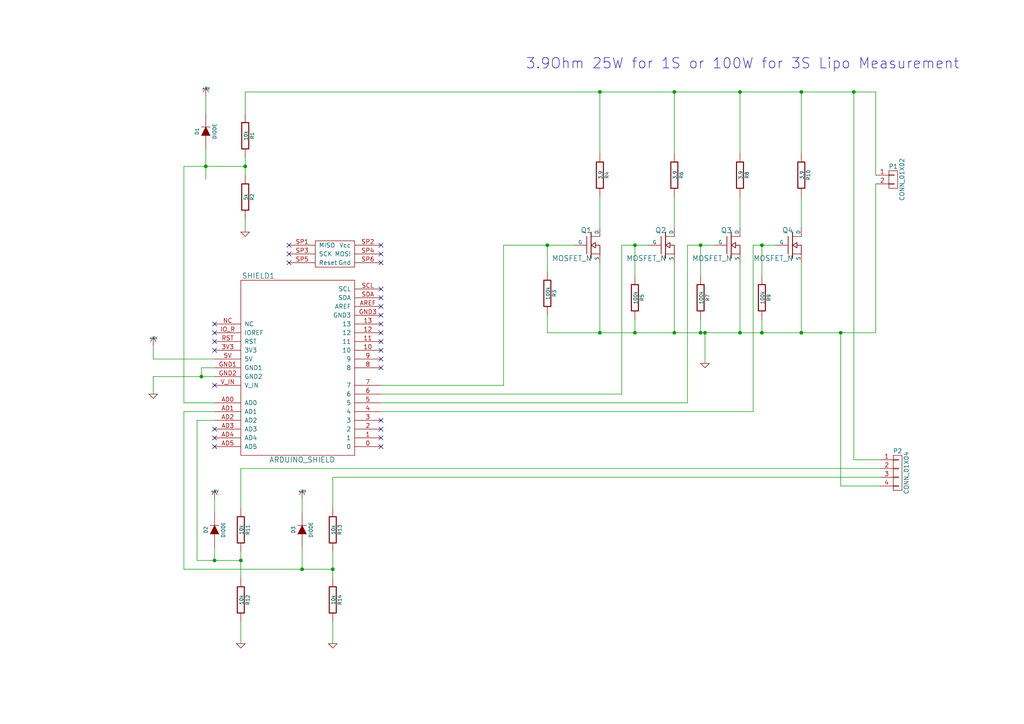
<source format=kicad_sch>
(kicad_sch (version 20211123) (generator eeschema)
  (paper "A4")
  (title_block (title "Battery tester  Arduino Shield") (date "Freitag, 30. Jänner 2015") (company "http://www.designer2k2.at"))
  (lib_symbols
    (symbol "BatteryTester-rescue:+5V" (power) (pin_names (offset 0))
      (property "Value" "+5V" (at 0 3.556 0))
      (symbol "+5V_0_1"
        (polyline (pts (xy -0.762 1.27) (xy 0 2.54)))
        (polyline (pts (xy 0 0) (xy 0 2.54)))
        (polyline (pts (xy 0 2.54) (xy 0.762 1.27)))
      )
      (symbol "+5V_1_1"
        (pin power_in line (at 0 0 90) (length 0) hide (name "+5V") (number "1"))
      )
    )
    (symbol "BatteryTester-rescue:ARDUINO_SHIELD" (pin_names (offset 1.016))
      (property "Reference" "SHIELD" (at -11.43 29.21 0))
      (property "Value" "ARDUINO_SHIELD" (at 1.27 -24.13 0))
      (symbol "ARDUINO_SHIELD_0_1"
        (rectangle (start -16.51 -22.86) (end 16.51 27.94))
        (rectangle (start 5.08 39.37) (end 16.51 31.75))
      )
      (symbol "ARDUINO_SHIELD_1_1"
        (pin bidirectional line (at 24.13 -20.32 180) (length 7.62) (name "0") (number "0"))
        (pin bidirectional line (at 24.13 -17.78 180) (length 7.62) (name "1") (number "1"))
        (pin bidirectional line (at 24.13 7.62 180) (length 7.62) (name "10") (number "10"))
        (pin bidirectional line (at 24.13 10.16 180) (length 7.62) (name "11") (number "11"))
        (pin bidirectional line (at 24.13 12.7 180) (length 7.62) (name "12") (number "12"))
        (pin bidirectional line (at 24.13 15.24 180) (length 7.62) (name "13") (number "13"))
        (pin bidirectional line (at 24.13 -15.24 180) (length 7.62) (name "2") (number "2"))
        (pin bidirectional line (at 24.13 -12.7 180) (length 7.62) (name "3") (number "3"))
        (pin power_out line (at -24.13 7.62 0) (length 7.62) (name "3V3") (number "3V3"))
        (pin bidirectional line (at 24.13 -10.16 180) (length 7.62) (name "4") (number "4"))
        (pin bidirectional line (at 24.13 -7.62 180) (length 7.62) (name "5") (number "5"))
        (pin power_out line (at -24.13 5.08 0) (length 7.62) (name "5V") (number "5V"))
        (pin bidirectional line (at 24.13 -5.08 180) (length 7.62) (name "6") (number "6"))
        (pin bidirectional line (at 24.13 -2.54 180) (length 7.62) (name "7") (number "7"))
        (pin bidirectional line (at 24.13 2.54 180) (length 7.62) (name "8") (number "8"))
        (pin bidirectional line (at 24.13 5.08 180) (length 7.62) (name "9") (number "9"))
        (pin bidirectional line (at -24.13 -7.62 0) (length 7.62) (name "AD0") (number "AD0"))
        (pin bidirectional line (at -24.13 -10.16 0) (length 7.62) (name "AD1") (number "AD1"))
        (pin bidirectional line (at -24.13 -12.7 0) (length 7.62) (name "AD2") (number "AD2"))
        (pin bidirectional line (at -24.13 -15.24 0) (length 7.62) (name "AD3") (number "AD3"))
        (pin bidirectional line (at -24.13 -17.78 0) (length 7.62) (name "AD4") (number "AD4"))
        (pin bidirectional line (at -24.13 -20.32 0) (length 7.62) (name "AD5") (number "AD5"))
        (pin input line (at 24.13 20.32 180) (length 7.62) (name "AREF") (number "AREF"))
        (pin power_out line (at -24.13 2.54 0) (length 7.62) (name "GND1") (number "GND1"))
        (pin power_out line (at -24.13 0 0) (length 7.62) (name "GND2") (number "GND2"))
        (pin power_out line (at 24.13 17.78 180) (length 7.62) (name "GND3") (number "GND3"))
        (pin power_out line (at -24.13 12.7 0) (length 7.62) (name "IOREF") (number "IO_R"))
        (pin passive line (at -24.13 15.24 0) (length 7.62) (name "NC") (number "NC"))
        (pin input line (at -24.13 10.16 0) (length 7.62) (name "RST") (number "RST"))
        (pin output line (at 24.13 25.4 180) (length 7.62) (name "SCL") (number "SCL"))
        (pin bidirectional line (at 24.13 22.86 180) (length 7.62) (name "SDA") (number "SDA"))
        (pin bidirectional line (at -2.54 38.1 0) (length 7.62) (name "MISO") (number "SP1"))
        (pin power_out line (at 24.13 38.1 180) (length 7.62) (name "Vcc") (number "SP2"))
        (pin bidirectional line (at -2.54 35.56 0) (length 7.62) (name "SCK") (number "SP3"))
        (pin bidirectional line (at 24.13 35.56 180) (length 7.62) (name "MOSI") (number "SP4"))
        (pin input line (at -2.54 33.02 0) (length 7.62) (name "Reset") (number "SP5"))
        (pin power_out line (at 24.13 33.02 180) (length 7.62) (name "Gnd") (number "SP6"))
        (pin power_out line (at -24.13 -2.54 0) (length 7.62) (name "V_IN") (number "V_IN"))
      )
    )
    (symbol "BatteryTester-rescue:CONN_01X02" (pin_names (offset 1.016) hide)
      (property "Reference" "P" (at 0 3.81 0))
      (property "Value" "CONN_01X02" (at 2.54 0 90))
      (symbol "CONN_01X02_0_1"
        (rectangle (start -1.27 -1.143) (end 0.254 -1.397))
        (rectangle (start -1.27 1.397) (end 0.254 1.143))
        (rectangle (start -1.27 2.54) (end 1.27 -2.54))
      )
      (symbol "CONN_01X02_1_1"
        (pin passive line (at -5.08 1.27 0) (length 3.81) (name "P1") (number "1"))
        (pin passive line (at -5.08 -1.27 0) (length 3.81) (name "P2") (number "2"))
      )
    )
    (symbol "BatteryTester-rescue:CONN_01X04" (pin_names (offset 1.016) hide)
      (property "Reference" "P" (at 0 6.35 0))
      (property "Value" "CONN_01X04" (at 2.54 0 90))
      (symbol "CONN_01X04_0_1"
        (rectangle (start -1.27 -3.683) (end 0.254 -3.937))
        (rectangle (start -1.27 -1.143) (end 0.254 -1.397))
        (rectangle (start -1.27 1.397) (end 0.254 1.143))
        (rectangle (start -1.27 3.937) (end 0.254 3.683))
        (rectangle (start -1.27 5.08) (end 1.27 -5.08))
      )
      (symbol "CONN_01X04_1_1"
        (pin passive line (at -5.08 3.81 0) (length 3.81) (name "P1") (number "1"))
        (pin passive line (at -5.08 1.27 0) (length 3.81) (name "P2") (number "2"))
        (pin passive line (at -5.08 -1.27 0) (length 3.81) (name "P3") (number "3"))
        (pin passive line (at -5.08 -3.81 0) (length 3.81) (name "P4") (number "4"))
      )
    )
    (symbol "BatteryTester-rescue:DIODE" (pin_numbers hide) (pin_names (offset 1.016) hide)
      (property "Reference" "D" (at 0 2.54 0))
      (property "Value" "DIODE" (at 0 -2.54 0))
      (symbol "DIODE_0_1"
        (polyline (pts (xy 1.27 1.27) (xy 1.27 -1.27)) (stroke (width 0.1524)))
        (polyline (pts (xy -1.27 1.27) (xy 1.27 0) (xy -1.27 -1.27)) (fill (type outline)))
      )
      (symbol "DIODE_1_1"
        (pin passive line (at -5.08 0 0) (length 3.81) (name "A") (number "1"))
        (pin passive line (at 5.08 0 180) (length 3.81) (name "K") (number "2"))
      )
    )
    (symbol "BatteryTester-rescue:GND-RESCUE-BatteryTester" (power) (pin_names (offset 0))
      (symbol "GND-RESCUE-BatteryTester_0_1"
        (polyline (pts (xy -1.27 0) (xy 0 -1.27) (xy 1.27 0) (xy -1.27 0)))
      )
      (symbol "GND-RESCUE-BatteryTester_1_1"
        (pin power_in line (at 0 0 90) (length 0) hide (name "GND") (number "1"))
      )
    )
    (symbol "BatteryTester-rescue:MOSFET_N" (pin_numbers hide) (pin_names (offset 0))
      (property "Reference" "Q" (at 0.254 4.318 0))
      (property "Value" "MOSFET_N" (at 0.254 -3.81 0))
      (symbol "MOSFET_N_0_1"
        (polyline (pts (xy -1.27 -2.54) (xy -1.27 2.54)) (stroke (width 0.2032)))
        (polyline (pts (xy 0 -3.81) (xy 0 3.81)) (stroke (width 0.254)))
        (polyline (pts (xy 2.54 -2.54) (xy 0 -2.54)))
        (polyline (pts (xy 2.54 2.54) (xy 0 2.54)))
        (polyline (pts (xy 2.54 -2.54) (xy 2.54 0) (xy 1.27 0)) (stroke (width 0.2032)))
        (polyline (pts (xy 1.27 0.762) (xy 1.27 -0.762) (xy 0 0) (xy 1.27 0.762) (xy 1.27 0.762)) (stroke (width 0.2032)))
      )
      (symbol "MOSFET_N_1_1"
        (pin passive line (at 2.54 5.08 270) (length 2.54) (name "D") (number "D"))
        (pin input line (at -5.08 0 0) (length 3.81) (name "G") (number "G"))
        (pin passive line (at 2.54 -5.08 90) (length 2.54) (name "S") (number "S"))
      )
    )
    (symbol "BatteryTester-rescue:R-RESCUE-BatteryTester" (pin_numbers hide) (pin_names (offset 0))
      (property "Reference" "R" (at 2.032 0 90))
      (property "Value" "R-RESCUE-BatteryTester" (at 0.1778 0.0254 90))
      (symbol "R-RESCUE-BatteryTester_0_1"
        (rectangle (start -1.016 3.81) (end 1.016 -3.81) (stroke (width 0.3048)))
      )
      (symbol "R-RESCUE-BatteryTester_1_1"
        (pin passive line (at 0 6.35 270) (length 2.54) (name "~") (number "1"))
        (pin passive line (at 0 -6.35 90) (length 2.54) (name "~") (number "2"))
      )
    )
  )
  (junction (at 184.15 71.12))
  (junction (at 203.2 71.12))
  (junction (at 96.52 165.1))
  (junction (at 243.84 96.52))
  (junction (at 58.42 109.22))
  (junction (at 214.63 26.67))
  (junction (at 59.69 48.26))
  (junction (at 173.99 96.52))
  (junction (at 214.63 96.52))
  (junction (at 204.47 96.52))
  (junction (at 195.58 26.67))
  (junction (at 184.15 96.52))
  (junction (at 232.41 26.67))
  (junction (at 195.58 96.52))
  (junction (at 203.2 96.52))
  (junction (at 71.12 48.26))
  (junction (at 158.75 71.12))
  (junction (at 173.99 26.67))
  (junction (at 220.98 96.52))
  (junction (at 62.23 162.56))
  (junction (at 232.41 96.52))
  (junction (at 247.65 26.67))
  (junction (at 69.85 162.56))
  (junction (at 87.63 165.1))
  (junction (at 220.98 71.12))
  (no_connect (at 83.82 73.66))
  (no_connect (at 110.49 106.68))
  (no_connect (at 62.23 96.52))
  (no_connect (at 110.49 88.9))
  (no_connect (at 110.49 104.14))
  (no_connect (at 62.23 124.46))
  (no_connect (at 110.49 99.06))
  (no_connect (at 110.49 76.2))
  (no_connect (at 62.23 127))
  (no_connect (at 110.49 124.46))
  (no_connect (at 110.49 129.54))
  (no_connect (at 110.49 83.82))
  (no_connect (at 110.49 86.36))
  (no_connect (at 110.49 121.92))
  (no_connect (at 62.23 111.76))
  (no_connect (at 62.23 101.6))
  (no_connect (at 110.49 73.66))
  (no_connect (at 62.23 93.98))
  (no_connect (at 62.23 99.06))
  (no_connect (at 110.49 93.98))
  (no_connect (at 83.82 76.2))
  (no_connect (at 110.49 96.52))
  (no_connect (at 110.49 71.12))
  (no_connect (at 110.49 127))
  (no_connect (at 110.49 101.6))
  (no_connect (at 110.49 91.44))
  (no_connect (at 83.82 71.12))
  (no_connect (at 62.23 129.54))
  (wire (pts (xy 220.98 80.01) (xy 220.98 71.12)))
  (wire (pts (xy 71.12 67.31) (xy 71.12 63.5)))
  (wire (pts (xy 71.12 45.72) (xy 71.12 48.26)))
  (wire (pts (xy 218.44 119.38) (xy 218.44 71.12)))
  (wire (pts (xy 69.85 160.02) (xy 69.85 162.56)))
  (wire (pts (xy 96.52 186.69) (xy 96.52 180.34)))
  (wire (pts (xy 62.23 144.78) (xy 62.23 148.59)))
  (wire (pts (xy 184.15 80.01) (xy 184.15 71.12)))
  (wire (pts (xy 44.45 109.22) (xy 44.45 114.3)))
  (wire (pts (xy 59.69 48.26) (xy 71.12 48.26)))
  (wire (pts (xy 69.85 135.89) (xy 69.85 147.32)))
  (wire (pts (xy 87.63 158.75) (xy 87.63 165.1)))
  (wire (pts (xy 59.69 33.02) (xy 59.69 27.94)))
  (wire (pts (xy 53.34 48.26) (xy 59.69 48.26)))
  (wire (pts (xy 243.84 140.97) (xy 243.84 96.52)))
  (wire (pts (xy 199.39 71.12) (xy 203.2 71.12)))
  (wire (pts (xy 180.34 71.12) (xy 184.15 71.12)))
  (wire (pts (xy 184.15 71.12) (xy 187.96 71.12)))
  (wire (pts (xy 69.85 162.56) (xy 62.23 162.56)))
  (wire (pts (xy 204.47 105.41) (xy 204.47 96.52)))
  (wire (pts (xy 59.69 48.26) (xy 59.69 52.07)))
  (wire (pts (xy 199.39 116.84) (xy 199.39 71.12)))
  (wire (pts (xy 173.99 66.04) (xy 173.99 57.15)))
  (wire (pts (xy 195.58 66.04) (xy 195.58 57.15)))
  (wire (pts (xy 232.41 26.67) (xy 247.65 26.67)))
  (wire (pts (xy 62.23 106.68) (xy 58.42 106.68)))
  (wire (pts (xy 69.85 180.34) (xy 69.85 186.69)))
  (wire (pts (xy 71.12 26.67) (xy 173.99 26.67)))
  (wire (pts (xy 232.41 76.2) (xy 232.41 96.52)))
  (wire (pts (xy 44.45 109.22) (xy 58.42 109.22)))
  (wire (pts (xy 195.58 26.67) (xy 195.58 44.45)))
  (wire (pts (xy 96.52 165.1) (xy 96.52 167.64)))
  (wire (pts (xy 53.34 116.84) (xy 53.34 48.26)))
  (wire (pts (xy 203.2 92.71) (xy 203.2 96.52)))
  (wire (pts (xy 214.63 26.67) (xy 232.41 26.67)))
  (wire (pts (xy 232.41 66.04) (xy 232.41 57.15)))
  (wire (pts (xy 110.49 119.38) (xy 218.44 119.38)))
  (wire (pts (xy 173.99 44.45) (xy 173.99 26.67)))
  (wire (pts (xy 158.75 96.52) (xy 173.99 96.52)))
  (wire (pts (xy 62.23 162.56) (xy 57.15 162.56)))
  (wire (pts (xy 243.84 96.52) (xy 254 96.52)))
  (wire (pts (xy 220.98 96.52) (xy 232.41 96.52)))
  (wire (pts (xy 214.63 76.2) (xy 214.63 96.52)))
  (wire (pts (xy 110.49 114.3) (xy 180.34 114.3)))
  (wire (pts (xy 96.52 138.43) (xy 96.52 147.32)))
  (wire (pts (xy 203.2 96.52) (xy 204.47 96.52)))
  (wire (pts (xy 203.2 71.12) (xy 207.01 71.12)))
  (wire (pts (xy 146.05 71.12) (xy 158.75 71.12)))
  (wire (pts (xy 195.58 76.2) (xy 195.58 96.52)))
  (wire (pts (xy 71.12 26.67) (xy 71.12 33.02)))
  (wire (pts (xy 44.45 104.14) (xy 44.45 100.33)))
  (wire (pts (xy 220.98 71.12) (xy 224.79 71.12)))
  (wire (pts (xy 87.63 144.78) (xy 87.63 148.59)))
  (wire (pts (xy 203.2 80.01) (xy 203.2 71.12)))
  (wire (pts (xy 59.69 43.18) (xy 59.69 48.26)))
  (wire (pts (xy 53.34 165.1) (xy 53.34 119.38)))
  (wire (pts (xy 146.05 111.76) (xy 146.05 71.12)))
  (wire (pts (xy 110.49 116.84) (xy 199.39 116.84)))
  (wire (pts (xy 255.27 138.43) (xy 96.52 138.43)))
  (wire (pts (xy 58.42 109.22) (xy 62.23 109.22)))
  (wire (pts (xy 180.34 114.3) (xy 180.34 71.12)))
  (wire (pts (xy 96.52 165.1) (xy 87.63 165.1)))
  (wire (pts (xy 158.75 96.52) (xy 158.75 91.44)))
  (wire (pts (xy 173.99 96.52) (xy 184.15 96.52)))
  (wire (pts (xy 195.58 96.52) (xy 203.2 96.52)))
  (wire (pts (xy 57.15 121.92) (xy 62.23 121.92)))
  (wire (pts (xy 110.49 111.76) (xy 146.05 111.76)))
  (wire (pts (xy 57.15 162.56) (xy 57.15 121.92)))
  (wire (pts (xy 158.75 71.12) (xy 166.37 71.12)))
  (wire (pts (xy 232.41 26.67) (xy 232.41 44.45)))
  (wire (pts (xy 71.12 48.26) (xy 71.12 50.8)))
  (wire (pts (xy 184.15 96.52) (xy 195.58 96.52)))
  (wire (pts (xy 255.27 140.97) (xy 243.84 140.97)))
  (wire (pts (xy 173.99 76.2) (xy 173.99 96.52)))
  (wire (pts (xy 173.99 26.67) (xy 195.58 26.67)))
  (wire (pts (xy 195.58 26.67) (xy 214.63 26.67)))
  (wire (pts (xy 255.27 135.89) (xy 69.85 135.89)))
  (wire (pts (xy 62.23 116.84) (xy 53.34 116.84)))
  (wire (pts (xy 96.52 160.02) (xy 96.52 165.1)))
  (wire (pts (xy 247.65 26.67) (xy 254 26.67)))
  (wire (pts (xy 232.41 96.52) (xy 243.84 96.52)))
  (wire (pts (xy 214.63 96.52) (xy 220.98 96.52)))
  (wire (pts (xy 69.85 162.56) (xy 69.85 167.64)))
  (wire (pts (xy 255.27 133.35) (xy 247.65 133.35)))
  (wire (pts (xy 247.65 133.35) (xy 247.65 26.67)))
  (wire (pts (xy 254 26.67) (xy 254 50.8)))
  (wire (pts (xy 158.75 78.74) (xy 158.75 71.12)))
  (wire (pts (xy 184.15 92.71) (xy 184.15 96.52)))
  (wire (pts (xy 204.47 96.52) (xy 214.63 96.52)))
  (wire (pts (xy 214.63 26.67) (xy 214.63 44.45)))
  (wire (pts (xy 220.98 92.71) (xy 220.98 96.52)))
  (wire (pts (xy 214.63 66.04) (xy 214.63 57.15)))
  (wire (pts (xy 254 96.52) (xy 254 53.34)))
  (wire (pts (xy 218.44 71.12) (xy 220.98 71.12)))
  (wire (pts (xy 62.23 104.14) (xy 44.45 104.14)))
  (wire (pts (xy 53.34 119.38) (xy 62.23 119.38)))
  (wire (pts (xy 58.42 106.68) (xy 58.42 109.22)))
  (wire (pts (xy 87.63 165.1) (xy 53.34 165.1)))
  (wire (pts (xy 62.23 158.75) (xy 62.23 162.56)))
  (text "3.9Ohm 25W for 1S or 100W for 3S Lipo Measurement" (at 152.4 20.32 0) (effects (font (size 2.9972 2.9972)) (justify left bottom)))
  (symbol (lib_id "BatteryTester-rescue:ARDUINO_SHIELD") (at 86.36 109.22 0) (unit 1)
    (property "Reference" "SHIELD1" (at 74.93 80.01 0) (effects (font (size 1.524 1.524))))
    (property "Value" "ARDUINO_SHIELD" (at 87.63 133.35 0) (effects (font (size 1.524 1.524))))
    (property "Footprint" "FT:ARDUINO_SHIELD" (effects hide))
  )
  (symbol (lib_id "BatteryTester-rescue:R-RESCUE-BatteryTester") (at 195.58 50.8 0) (unit 1)
    (property "Reference" "R6" (at 197.612 50.8 90) (effects (font (size 1.016 1.016))))
    (property "Value" "3.9" (at 195.7578 50.7746 90) (effects (font (size 1.016 1.016))))
    (property "Footprint" "Resistors_ThroughHole:Resistor_Cement_Vertical_LargePads_KOA-BGR-5N-7N" (effects hide))
  )
  (symbol (lib_id "BatteryTester-rescue:R-RESCUE-BatteryTester") (at 214.63 50.8 0) (unit 1)
    (property "Reference" "R8" (at 216.662 50.8 90) (effects (font (size 1.016 1.016))))
    (property "Value" "3.9" (at 214.8078 50.7746 90) (effects (font (size 1.016 1.016))))
    (property "Footprint" "Resistors_ThroughHole:Resistor_Cement_Vertical_LargePads_KOA-BGR-5N-7N" (effects hide))
  )
  (symbol (lib_id "BatteryTester-rescue:R-RESCUE-BatteryTester") (at 232.41 50.8 0) (unit 1)
    (property "Reference" "R10" (at 234.442 50.8 90) (effects (font (size 1.016 1.016))))
    (property "Value" "3.9" (at 232.5878 50.7746 90) (effects (font (size 1.016 1.016))))
    (property "Footprint" "Resistors_ThroughHole:Resistor_Cement_Vertical_LargePads_KOA-BGR-5N-7N" (effects hide))
  )
  (symbol (lib_id "BatteryTester-rescue:R-RESCUE-BatteryTester") (at 173.99 50.8 0) (unit 1)
    (property "Reference" "R4" (at 176.022 50.8 90) (effects (font (size 1.016 1.016))))
    (property "Value" "3.9" (at 174.1678 50.7746 90) (effects (font (size 1.016 1.016))))
    (property "Footprint" "Resistors_ThroughHole:Resistor_Cement_Vertical_LargePads_KOA-BGR-5N-7N" (effects hide))
  )
  (symbol (lib_id "BatteryTester-rescue:MOSFET_N") (at 171.45 71.12 0) (unit 1)
    (property "Reference" "Q1" (at 171.704 66.802 0) (effects (font (size 1.524 1.524)) (justify right)))
    (property "Value" "MOSFET_N" (at 171.704 74.93 0) (effects (font (size 1.524 1.524)) (justify right)))
    (property "Footprint" "Transistors_TO-220:TO-220_FET-GDS_Vertical" (effects hide))
  )
  (symbol (lib_id "BatteryTester-rescue:MOSFET_N") (at 193.04 71.12 0) (unit 1)
    (property "Reference" "Q2" (at 193.294 66.802 0) (effects (font (size 1.524 1.524)) (justify right)))
    (property "Value" "MOSFET_N" (at 193.294 74.93 0) (effects (font (size 1.524 1.524)) (justify right)))
    (property "Footprint" "Transistors_TO-220:TO-220_FET-GDS_Vertical" (effects hide))
  )
  (symbol (lib_id "BatteryTester-rescue:MOSFET_N") (at 212.09 71.12 0) (unit 1)
    (property "Reference" "Q3" (at 212.344 66.802 0) (effects (font (size 1.524 1.524)) (justify right)))
    (property "Value" "MOSFET_N" (at 212.344 74.93 0) (effects (font (size 1.524 1.524)) (justify right)))
    (property "Footprint" "Transistors_TO-220:TO-220_FET-GDS_Vertical" (effects hide))
  )
  (symbol (lib_id "BatteryTester-rescue:MOSFET_N") (at 229.87 71.12 0) (unit 1)
    (property "Reference" "Q4" (at 230.124 66.802 0) (effects (font (size 1.524 1.524)) (justify right)))
    (property "Value" "MOSFET_N" (at 230.124 74.93 0) (effects (font (size 1.524 1.524)) (justify right)))
    (property "Footprint" "Transistors_TO-220:TO-220_FET-GDS_Vertical" (effects hide))
  )
  (symbol (lib_id "BatteryTester-rescue:GND-RESCUE-BatteryTester") (at 204.47 105.41 0) (unit 1)
    (property "Reference" "#PWR01" (effects hide))
    (property "Value" "GND" (effects hide))
  )
  (symbol (lib_id "BatteryTester-rescue:CONN_01X02") (at 259.08 52.07 0) (unit 1)
    (property "Reference" "P1" (at 259.08 48.26 0))
    (property "Value" "CONN_01X02" (at 261.62 52.07 90))
    (property "Footprint" "Terminal_Blocks:TerminalBlock_WAGO-804_RM5mm_2pol" (effects hide))
  )
  (symbol (lib_id "BatteryTester-rescue:R-RESCUE-BatteryTester") (at 158.75 85.09 0) (unit 1)
    (property "Reference" "R3" (at 160.782 85.09 90) (effects (font (size 1.016 1.016))))
    (property "Value" "100k" (at 158.9278 85.0646 90) (effects (font (size 1.016 1.016))))
    (property "Footprint" "Resistors_ThroughHole:Resistor_Horizontal_RM10mm" (effects hide))
  )
  (symbol (lib_id "BatteryTester-rescue:R-RESCUE-BatteryTester") (at 184.15 86.36 0) (unit 1)
    (property "Reference" "R5" (at 186.182 86.36 90) (effects (font (size 1.016 1.016))))
    (property "Value" "100k" (at 184.3278 86.3346 90) (effects (font (size 1.016 1.016))))
    (property "Footprint" "Resistors_ThroughHole:Resistor_Horizontal_RM10mm" (effects hide))
  )
  (symbol (lib_id "BatteryTester-rescue:R-RESCUE-BatteryTester") (at 203.2 86.36 0) (unit 1)
    (property "Reference" "R7" (at 205.232 86.36 90) (effects (font (size 1.016 1.016))))
    (property "Value" "100k" (at 203.3778 86.3346 90) (effects (font (size 1.016 1.016))))
    (property "Footprint" "Resistors_ThroughHole:Resistor_Horizontal_RM10mm" (effects hide))
  )
  (symbol (lib_id "BatteryTester-rescue:R-RESCUE-BatteryTester") (at 220.98 86.36 0) (unit 1)
    (property "Reference" "R9" (at 223.012 86.36 90) (effects (font (size 1.016 1.016))))
    (property "Value" "100k" (at 221.1578 86.3346 90) (effects (font (size 1.016 1.016))))
    (property "Footprint" "Resistors_ThroughHole:Resistor_Horizontal_RM10mm" (effects hide))
  )
  (symbol (lib_id "BatteryTester-rescue:GND-RESCUE-BatteryTester") (at 44.45 114.3 0) (unit 1)
    (property "Reference" "#PWR02" (effects hide))
    (property "Value" "GND" (effects hide))
  )
  (symbol (lib_id "BatteryTester-rescue:R-RESCUE-BatteryTester") (at 71.12 39.37 0) (unit 1)
    (property "Reference" "R1" (at 73.152 39.37 90) (effects (font (size 1.016 1.016))))
    (property "Value" "10k" (at 71.2978 39.3446 90) (effects (font (size 1.016 1.016))))
    (property "Footprint" "Resistors_ThroughHole:Resistor_Horizontal_RM10mm" (effects hide))
  )
  (symbol (lib_id "BatteryTester-rescue:R-RESCUE-BatteryTester") (at 71.12 57.15 0) (unit 1)
    (property "Reference" "R2" (at 73.152 57.15 90) (effects (font (size 1.016 1.016))))
    (property "Value" "5k" (at 71.2978 57.1246 90) (effects (font (size 1.016 1.016))))
    (property "Footprint" "Resistors_ThroughHole:Resistor_Horizontal_RM10mm" (effects hide))
  )
  (symbol (lib_id "BatteryTester-rescue:GND-RESCUE-BatteryTester") (at 71.12 67.31 0) (unit 1)
    (property "Reference" "#PWR03" (effects hide))
    (property "Value" "GND" (effects hide))
  )
  (symbol (lib_id "BatteryTester-rescue:+5V") (at 44.45 100.33 0) (unit 1)
    (property "Reference" "#PWR04" (effects hide))
    (property "Value" "+5V" (at 44.45 98.044 0) (effects (font (size 0.762 0.762))))
  )
  (symbol (lib_id "BatteryTester-rescue:DIODE") (at 59.69 38.1 90) (unit 1)
    (property "Reference" "D1" (at 57.15 38.1 0) (effects (font (size 1.016 1.016))))
    (property "Value" "DIODE" (at 62.23 38.1 0) (effects (font (size 1.016 1.016))))
    (property "Footprint" "Diodes_ThroughHole:Diode_DO-41_SOD81_Horizontal_RM10" (effects hide))
  )
  (symbol (lib_id "BatteryTester-rescue:+5V") (at 59.69 27.94 0) (unit 1)
    (property "Reference" "#PWR05" (effects hide))
    (property "Value" "+5V" (at 59.69 25.654 0) (effects (font (size 0.762 0.762))))
  )
  (symbol (lib_id "BatteryTester-rescue:CONN_01X04") (at 260.35 137.16 0) (unit 1)
    (property "Reference" "P2" (at 260.35 130.81 0))
    (property "Value" "CONN_01X04" (at 262.89 137.16 90))
    (property "Footprint" "Terminal_Blocks:TerminalBlock_Pheonix_MPT-2.54mm_4pol" (effects hide))
  )
  (symbol (lib_id "BatteryTester-rescue:R-RESCUE-BatteryTester") (at 69.85 153.67 0) (unit 1)
    (property "Reference" "R11" (at 71.882 153.67 90) (effects (font (size 1.016 1.016))))
    (property "Value" "10k" (at 70.0278 153.6446 90) (effects (font (size 1.016 1.016))))
    (property "Footprint" "Resistors_ThroughHole:Resistor_Horizontal_RM10mm" (effects hide))
  )
  (symbol (lib_id "BatteryTester-rescue:R-RESCUE-BatteryTester") (at 69.85 173.99 0) (unit 1)
    (property "Reference" "R12" (at 71.882 173.99 90) (effects (font (size 1.016 1.016))))
    (property "Value" "10k" (at 70.0278 173.9646 90) (effects (font (size 1.016 1.016))))
    (property "Footprint" "Resistors_ThroughHole:Resistor_Horizontal_RM10mm" (effects hide))
  )
  (symbol (lib_id "BatteryTester-rescue:R-RESCUE-BatteryTester") (at 96.52 153.67 0) (unit 1)
    (property "Reference" "R13" (at 98.552 153.67 90) (effects (font (size 1.016 1.016))))
    (property "Value" "10k" (at 96.6978 153.6446 90) (effects (font (size 1.016 1.016))))
    (property "Footprint" "Resistors_ThroughHole:Resistor_Horizontal_RM10mm" (effects hide))
  )
  (symbol (lib_id "BatteryTester-rescue:R-RESCUE-BatteryTester") (at 96.52 173.99 0) (unit 1)
    (property "Reference" "R14" (at 98.552 173.99 90) (effects (font (size 1.016 1.016))))
    (property "Value" "10k" (at 96.6978 173.9646 90) (effects (font (size 1.016 1.016))))
    (property "Footprint" "Resistors_ThroughHole:Resistor_Horizontal_RM10mm" (effects hide))
  )
  (symbol (lib_id "BatteryTester-rescue:GND-RESCUE-BatteryTester") (at 69.85 186.69 0) (unit 1)
    (property "Reference" "#PWR06" (effects hide))
    (property "Value" "GND" (effects hide))
  )
  (symbol (lib_id "BatteryTester-rescue:GND-RESCUE-BatteryTester") (at 96.52 186.69 0) (unit 1)
    (property "Reference" "#PWR07" (effects hide))
    (property "Value" "GND" (effects hide))
  )
  (symbol (lib_id "BatteryTester-rescue:DIODE") (at 87.63 153.67 90) (unit 1)
    (property "Reference" "D3" (at 85.09 153.67 0) (effects (font (size 1.016 1.016))))
    (property "Value" "DIODE" (at 90.17 153.67 0) (effects (font (size 1.016 1.016))))
    (property "Footprint" "Diodes_ThroughHole:Diode_DO-41_SOD81_Horizontal_RM10" (effects hide))
  )
  (symbol (lib_id "BatteryTester-rescue:DIODE") (at 62.23 153.67 90) (unit 1)
    (property "Reference" "D2" (at 59.69 153.67 0) (effects (font (size 1.016 1.016))))
    (property "Value" "DIODE" (at 64.77 153.67 0) (effects (font (size 1.016 1.016))))
    (property "Footprint" "Diodes_ThroughHole:Diode_DO-41_SOD81_Horizontal_RM10" (effects hide))
  )
  (symbol (lib_id "BatteryTester-rescue:+5V") (at 87.63 144.78 0) (unit 1)
    (property "Reference" "#PWR08" (effects hide))
    (property "Value" "+5V" (at 87.63 142.494 0) (effects (font (size 0.762 0.762))))
  )
  (symbol (lib_id "BatteryTester-rescue:+5V") (at 62.23 144.78 0) (unit 1)
    (property "Reference" "#PWR09" (effects hide))
    (property "Value" "+5V" (at 62.23 142.494 0) (effects (font (size 0.762 0.762))))
  )
)
</source>
